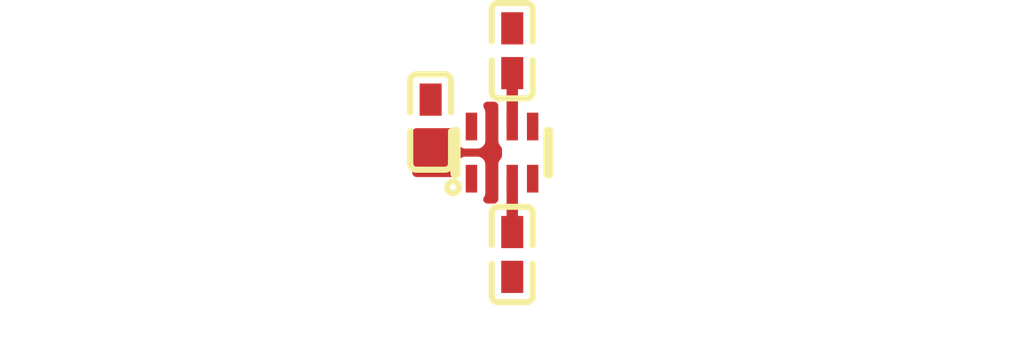
<source format=kicad_pcb>
(kicad_pcb (version 20241229) (generator "pcbnew") (generator_version "9.0")
  (layers (0 "F.Cu" signal) (2 "B.Cu" signal) (13 "F.Paste" user) (15 "B.Paste" user) (5 "F.SilkS" user "F.Silkscreen") (7 "B.SilkS" user "B.Silkscreen") (1 "F.Mask" user) (3 "B.Mask" user) (25 "Edge.Cuts" user))
  (net 0 "")
  (net 1 "ST")
  (net 2 "nON")
  (net 3 "VOUT")
  (net 4 "hv")
  (net 5 "gnd")
  (net 6 "hv-1")
  (footprint "Texas_Instruments_LM66200DRLR:SOT-583-8_L2.1-W1.2-P0.50-LS1.6-BL" (layer "F.Cu") (at 0 0 0)
    (property "Reference" "U1" (hide yes))
    (property "Value" "")
    (fp_line (start 1.14 0.51) (end 1.14 0.51) (stroke (width 0.25)) (layer "F.SilkS"))
    (fp_line (start 1.14 0.51) (end 1.14 -0.51) (stroke (width 0.25)) (layer "F.SilkS"))
    (fp_line (start 1.14 -0.51) (end 1.14 -0.51) (stroke (width 0.25)) (layer "F.SilkS"))
    (fp_line (start -1.14 -0.51) (end -1.14 0.51) (stroke (width 0.25)) (layer "F.SilkS"))
    (fp_circle (center -1.2 0.85) (end -1.13 0.85) (stroke (width 0.15)) (fill no) (layer "F.SilkS"))
    (pad "1" smd rect (at -0.75 0.64 0) (size 0.28 0.68) (layers "F.Cu" "F.Paste" "F.Mask") (net 5 "gnd"))
    (pad "2" smd rect (at -0.25 0.64 0) (size 0.28 0.68) (layers "F.Cu" "F.Paste" "F.Mask") (net 3 "VOUT"))
    (pad "3" smd rect (at 0.25 0.64 0) (size 0.28 0.68) (layers "F.Cu" "F.Paste" "F.Mask") (net 4 "hv"))
    (pad "4" smd rect (at 0.75 0.64 0) (size 0.28 0.68) (layers "F.Cu" "F.Paste" "F.Mask") (net 2 "nON"))
    (pad "5" smd rect (at 0.75 -0.64 0) (size 0.28 0.68) (layers "F.Cu" "F.Paste" "F.Mask") (net 5 "gnd"))
    (pad "6" smd rect (at 0.25 -0.64 0) (size 0.28 0.68) (layers "F.Cu" "F.Paste" "F.Mask") (net 6 "hv-1"))
    (pad "7" smd rect (at -0.25 -0.64 0) (size 0.28 0.68) (layers "F.Cu" "F.Paste" "F.Mask") (net 3 "VOUT"))
    (pad "8" smd rect (at -0.75 -0.64 0) (size 0.28 0.68) (layers "F.Cu" "F.Paste" "F.Mask") (net 1 "ST"))
  )
  (footprint "Samsung_Electro_Mechanics_CL05B104KO5NNNC:C0402" (layer "F.Cu") (at -1.75 -0.75 90)
    (property "Reference" "C3" (hide yes))
    (property "Value" "100nF ±10% 16V X7R")
    (fp_line (start 1.02 -0.5) (end 0.23 -0.5) (stroke (width 0.15)) (layer "F.SilkS"))
    (fp_line (start 0.23 0.5) (end 1.02 0.5) (stroke (width 0.15)) (layer "F.SilkS"))
    (fp_line (start 1.17 0.35) (end 1.17 -0.35) (stroke (width 0.15)) (layer "F.SilkS"))
    (fp_line (start -1.02 -0.5) (end -0.23 -0.5) (stroke (width 0.15)) (layer "F.SilkS"))
    (fp_line (start -0.23 0.5) (end -1.02 0.5) (stroke (width 0.15)) (layer "F.SilkS"))
    (fp_line (start -1.17 0.35) (end -1.17 -0.35) (stroke (width 0.15)) (layer "F.SilkS"))
    (fp_arc (start 1.17 0.35) (mid 1.1260660171779822 0.456066017177982) (end 1.02 0.4999999999999999) (stroke (width 0.15)) (layer "F.SilkS"))
    (fp_arc (start 1.02 -0.5) (mid 1.1260660171779822 -0.4560660171779821) (end 1.17 -0.35) (stroke (width 0.15)) (layer "F.SilkS"))
    (fp_arc (start -1.17 0.35) (mid -1.1260660171779822 0.456066017177982) (end -1.02 0.4999999999999999) (stroke (width 0.15)) (layer "F.SilkS"))
    (fp_arc (start -1.02 -0.5) (mid -1.1260660171779822 -0.4560660171779821) (end -1.17 -0.35) (stroke (width 0.15)) (layer "F.SilkS"))
    (pad "2" smd rect (at 0.55 0 90) (size 0.79 0.54) (layers "F.Cu" "F.Paste" "F.Mask") (net 5 "gnd"))
    (pad "1" smd rect (at -0.55 0 90) (size 0.79 0.54) (layers "F.Cu" "F.Paste" "F.Mask") (net 3 "VOUT"))
  )
  (footprint "Samsung_Electro_Mechanics_CL05B104KO5NNNC:C0402" (layer "F.Cu") (at 0.25 2.5 -90)
    (property "Reference" "C1" (hide yes))
    (property "Value" "100nF ±10% 16V X7R")
    (fp_line (start 1.02 -0.5) (end 0.23 -0.5) (stroke (width 0.15)) (layer "F.SilkS"))
    (fp_line (start 0.23 0.5) (end 1.02 0.5) (stroke (width 0.15)) (layer "F.SilkS"))
    (fp_line (start 1.17 0.35) (end 1.17 -0.35) (stroke (width 0.15)) (layer "F.SilkS"))
    (fp_line (start -1.02 -0.5) (end -0.23 -0.5) (stroke (width 0.15)) (layer "F.SilkS"))
    (fp_line (start -0.23 0.5) (end -1.02 0.5) (stroke (width 0.15)) (layer "F.SilkS"))
    (fp_line (start -1.17 0.35) (end -1.17 -0.35) (stroke (width 0.15)) (layer "F.SilkS"))
    (fp_arc (start 1.17 0.35) (mid 1.1260660171779822 0.456066017177982) (end 1.02 0.4999999999999999) (stroke (width 0.15)) (layer "F.SilkS"))
    (fp_arc (start 1.02 -0.5) (mid 1.1260660171779822 -0.4560660171779821) (end 1.17 -0.35) (stroke (width 0.15)) (layer "F.SilkS"))
    (fp_arc (start -1.17 0.35) (mid -1.1260660171779822 0.456066017177982) (end -1.02 0.4999999999999999) (stroke (width 0.15)) (layer "F.SilkS"))
    (fp_arc (start -1.02 -0.5) (mid -1.1260660171779822 -0.4560660171779821) (end -1.17 -0.35) (stroke (width 0.15)) (layer "F.SilkS"))
    (pad "2" smd rect (at 0.55 0 -90) (size 0.79 0.54) (layers "F.Cu" "F.Paste" "F.Mask") (net 5 "gnd"))
    (pad "1" smd rect (at -0.55 0 -90) (size 0.79 0.54) (layers "F.Cu" "F.Paste" "F.Mask") (net 4 "hv"))
  )
  (footprint "Samsung_Electro_Mechanics_CL05B104KO5NNNC:C0402" (layer "F.Cu") (at 0.25 -2.5 90)
    (property "Reference" "C2" (hide yes))
    (property "Value" "100nF ±10% 16V X7R")
    (fp_line (start 1.02 -0.5) (end 0.23 -0.5) (stroke (width 0.15)) (layer "F.SilkS"))
    (fp_line (start 0.23 0.5) (end 1.02 0.5) (stroke (width 0.15)) (layer "F.SilkS"))
    (fp_line (start 1.17 0.35) (end 1.17 -0.35) (stroke (width 0.15)) (layer "F.SilkS"))
    (fp_line (start -1.02 -0.5) (end -0.23 -0.5) (stroke (width 0.15)) (layer "F.SilkS"))
    (fp_line (start -0.23 0.5) (end -1.02 0.5) (stroke (width 0.15)) (layer "F.SilkS"))
    (fp_line (start -1.17 0.35) (end -1.17 -0.35) (stroke (width 0.15)) (layer "F.SilkS"))
    (fp_arc (start 1.17 0.35) (mid 1.1260660171779822 0.456066017177982) (end 1.02 0.4999999999999999) (stroke (width 0.15)) (layer "F.SilkS"))
    (fp_arc (start 1.02 -0.5) (mid 1.1260660171779822 -0.4560660171779821) (end 1.17 -0.35) (stroke (width 0.15)) (layer "F.SilkS"))
    (fp_arc (start -1.17 0.35) (mid -1.1260660171779822 0.456066017177982) (end -1.02 0.4999999999999999) (stroke (width 0.15)) (layer "F.SilkS"))
    (fp_arc (start -1.02 -0.5) (mid -1.1260660171779822 -0.4560660171779821) (end -1.17 -0.35) (stroke (width 0.15)) (layer "F.SilkS"))
    (pad "2" smd rect (at 0.55 0 90) (size 0.79 0.54) (layers "F.Cu" "F.Paste" "F.Mask") (net 5 "gnd"))
    (pad "1" smd rect (at -0.55 0 90) (size 0.79 0.54) (layers "F.Cu" "F.Paste" "F.Mask") (net 6 "hv-1"))
  )
  (zone (net 3) (net_name "VOUT") (layers "F.Cu") (connect_pads yes (clearance 0.2)) (min_thickness 0.2) (fill yes (thermal_gap 0.2) (thermal_bridge_width 0.2))
    (polygon (pts (xy -0.5 1.25) (xy 0 1.25) (xy 0 -1.25) (xy -0.5 -1.25) (xy -0.5 -0.2) (xy -1.1 -0.2) (xy -1.1 -0.6) (xy -2.2 -0.6) (xy -2.2 0.6) (xy -1.1 0.6) (xy -1.1 0.2) (xy -0.5 0.2)))
  )
  (segment (start 0.25 0.64) (end 0.25 1.95) (width 0.28) (net 4) (layer "F.Cu"))
  (segment (start 0.25 -0.64) (end 0.25 -1.95) (width 0.28) (net 6) (layer "F.Cu"))
)
</source>
